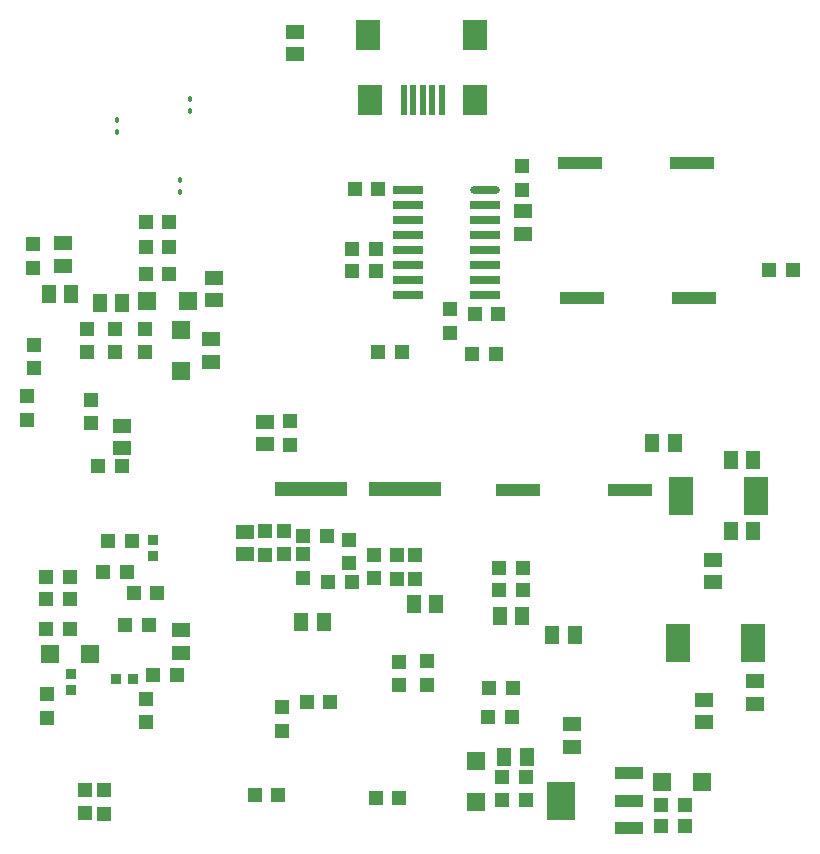
<source format=gbp>
G04*
G04 #@! TF.GenerationSoftware,Altium Limited,Altium Designer,20.0.2 (26)*
G04*
G04 Layer_Color=128*
%FSLAX25Y25*%
%MOIN*%
G70*
G01*
G75*
%ADD27R,0.05000X0.05000*%
%ADD28R,0.05000X0.05000*%
%ADD29R,0.03500X0.03500*%
%ADD30R,0.03500X0.03500*%
%ADD31R,0.01968X0.09843*%
%ADD33R,0.05118X0.05906*%
%ADD34R,0.09449X0.12992*%
%ADD35R,0.09449X0.03937*%
%ADD37R,0.06000X0.06000*%
%ADD38R,0.15000X0.04331*%
%ADD42R,0.05906X0.05118*%
%ADD68R,0.07874X0.09843*%
%ADD71R,0.24000X0.04724*%
%ADD174R,0.06000X0.06000*%
%ADD175R,0.08000X0.12500*%
%ADD176O,0.09843X0.02500*%
%ADD177R,0.09843X0.02500*%
G04:AMPARAMS|DCode=178|XSize=19.29mil|YSize=11.81mil|CornerRadius=1.48mil|HoleSize=0mil|Usage=FLASHONLY|Rotation=90.000|XOffset=0mil|YOffset=0mil|HoleType=Round|Shape=RoundedRectangle|*
%AMROUNDEDRECTD178*
21,1,0.01929,0.00886,0,0,90.0*
21,1,0.01634,0.01181,0,0,90.0*
1,1,0.00295,0.00443,0.00817*
1,1,0.00295,0.00443,-0.00817*
1,1,0.00295,-0.00443,-0.00817*
1,1,0.00295,-0.00443,0.00817*
%
%ADD178ROUNDEDRECTD178*%
D27*
X-1200Y14437D02*
D03*
Y6563D02*
D03*
X97000Y49463D02*
D03*
Y57337D02*
D03*
X131500Y18937D02*
D03*
Y11063D02*
D03*
X139500Y18937D02*
D03*
Y11063D02*
D03*
X-20200Y46437D02*
D03*
Y38563D02*
D03*
X12700Y44937D02*
D03*
Y37063D02*
D03*
X-7600Y6763D02*
D03*
Y14637D02*
D03*
X-5500Y136763D02*
D03*
Y144637D02*
D03*
X-26900Y145737D02*
D03*
Y137863D02*
D03*
X52400Y100837D02*
D03*
Y92963D02*
D03*
X58700Y100937D02*
D03*
Y93063D02*
D03*
X65100Y85263D02*
D03*
Y93137D02*
D03*
X96500Y84963D02*
D03*
Y92837D02*
D03*
X106400Y57537D02*
D03*
Y49663D02*
D03*
X102500Y84863D02*
D03*
Y92737D02*
D03*
X58000Y34163D02*
D03*
Y42037D02*
D03*
X80500Y97937D02*
D03*
Y90063D02*
D03*
X88600Y85063D02*
D03*
Y92937D02*
D03*
X60600Y137537D02*
D03*
Y129663D02*
D03*
X138000Y222437D02*
D03*
Y214563D02*
D03*
X114000Y174837D02*
D03*
Y166963D02*
D03*
X-7000Y160477D02*
D03*
Y168351D02*
D03*
X2500Y160477D02*
D03*
Y168351D02*
D03*
X12500Y160477D02*
D03*
Y168351D02*
D03*
X-25000Y196433D02*
D03*
Y188559D02*
D03*
X-24500Y155063D02*
D03*
Y162937D02*
D03*
D28*
X-1537Y87200D02*
D03*
X6337D02*
D03*
X8037Y97600D02*
D03*
X163D02*
D03*
X-20537Y78200D02*
D03*
X-12663D02*
D03*
X12649Y204000D02*
D03*
X20523D02*
D03*
X66263Y43800D02*
D03*
X74137D02*
D03*
X228437Y187800D02*
D03*
X220563D02*
D03*
X192437Y2500D02*
D03*
X184563D02*
D03*
X192437Y9600D02*
D03*
X184563D02*
D03*
X16537Y80300D02*
D03*
X8663D02*
D03*
X13637Y69500D02*
D03*
X5763D02*
D03*
X-20537Y68200D02*
D03*
X-12663D02*
D03*
X-20537Y85600D02*
D03*
X-12663D02*
D03*
X15063Y52700D02*
D03*
X22937D02*
D03*
X-3237Y122600D02*
D03*
X4637D02*
D03*
X72937Y99300D02*
D03*
X65063D02*
D03*
X81437Y83800D02*
D03*
X73563D02*
D03*
X56874Y13000D02*
D03*
X49000D02*
D03*
X97237Y11700D02*
D03*
X89363D02*
D03*
X126763Y38700D02*
D03*
X134637D02*
D03*
X127163Y48400D02*
D03*
X135037D02*
D03*
X130463Y88600D02*
D03*
X138337D02*
D03*
X130463Y81100D02*
D03*
X138337D02*
D03*
X89437Y195000D02*
D03*
X81563D02*
D03*
X81563Y187500D02*
D03*
X89437D02*
D03*
X130237Y173100D02*
D03*
X122363D02*
D03*
X129337Y159900D02*
D03*
X121463D02*
D03*
X90063Y160400D02*
D03*
X97937D02*
D03*
X90237Y214900D02*
D03*
X82363D02*
D03*
X20523Y186500D02*
D03*
X12649D02*
D03*
X20523Y195500D02*
D03*
X12649D02*
D03*
D29*
X15000Y92450D02*
D03*
Y97950D02*
D03*
X-12100Y47750D02*
D03*
Y53250D02*
D03*
D30*
X8300Y51500D02*
D03*
X2800D02*
D03*
D31*
X98701Y244500D02*
D03*
X101850D02*
D03*
X105000D02*
D03*
X108150D02*
D03*
X111299D02*
D03*
D33*
X64460Y70400D02*
D03*
X71940D02*
D03*
X109540Y76500D02*
D03*
X102059D02*
D03*
X132160Y25600D02*
D03*
X139640D02*
D03*
X148160Y66100D02*
D03*
X155640D02*
D03*
X138140Y72600D02*
D03*
X130659D02*
D03*
X207760Y124500D02*
D03*
X215241D02*
D03*
X181560Y130300D02*
D03*
X189041D02*
D03*
X215240Y101000D02*
D03*
X207759D02*
D03*
X-19740Y180000D02*
D03*
X-12259D02*
D03*
X-2740Y177000D02*
D03*
X4741D02*
D03*
D34*
X151000Y11000D02*
D03*
D35*
X173835Y20055D02*
D03*
X173835Y11000D02*
D03*
X173835Y1945D02*
D03*
D37*
X184649Y17280D02*
D03*
X198149D02*
D03*
X-19251Y59980D02*
D03*
X-5751D02*
D03*
X13249Y177480D02*
D03*
X26749D02*
D03*
D38*
X174201Y114600D02*
D03*
X136799D02*
D03*
X158099Y178400D02*
D03*
X195501D02*
D03*
X157499Y223600D02*
D03*
X194901D02*
D03*
D42*
X198700Y44640D02*
D03*
Y37159D02*
D03*
X215800Y50800D02*
D03*
Y43320D02*
D03*
X52500Y137240D02*
D03*
Y129760D02*
D03*
X24500Y67740D02*
D03*
Y60259D02*
D03*
X4600Y135940D02*
D03*
Y128460D02*
D03*
X45800Y93160D02*
D03*
X45800Y100640D02*
D03*
X154900Y36440D02*
D03*
Y28960D02*
D03*
X201900Y91340D02*
D03*
Y83859D02*
D03*
X138500Y200020D02*
D03*
Y207500D02*
D03*
X34500Y157260D02*
D03*
Y164741D02*
D03*
X35500Y177760D02*
D03*
Y185240D02*
D03*
X-15000Y189260D02*
D03*
Y196740D02*
D03*
X62500Y267240D02*
D03*
Y259759D02*
D03*
D68*
X87283Y244500D02*
D03*
X122323D02*
D03*
X86890Y266154D02*
D03*
X122323D02*
D03*
D71*
X67600Y114900D02*
D03*
X99096D02*
D03*
D174*
X122819Y10649D02*
D03*
Y24149D02*
D03*
X24480Y167751D02*
D03*
Y154251D02*
D03*
D175*
X215000Y63400D02*
D03*
X190000D02*
D03*
X216000Y112500D02*
D03*
X191000D02*
D03*
D176*
X125795Y214402D02*
D03*
D177*
Y209402D02*
D03*
Y204402D02*
D03*
Y199402D02*
D03*
Y194402D02*
D03*
Y189402D02*
D03*
Y184402D02*
D03*
Y179402D02*
D03*
X100205Y179402D02*
D03*
Y184402D02*
D03*
Y189402D02*
D03*
Y194402D02*
D03*
Y199402D02*
D03*
Y204402D02*
D03*
Y209402D02*
D03*
Y214402D02*
D03*
D178*
X3200Y237988D02*
D03*
Y234012D02*
D03*
X24000Y213912D02*
D03*
Y217888D02*
D03*
X27500Y244888D02*
D03*
Y240912D02*
D03*
M02*

</source>
